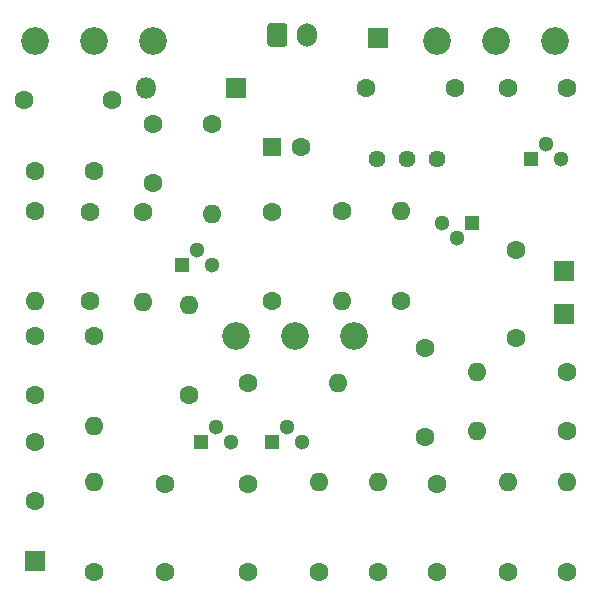
<source format=gbr>
%TF.GenerationSoftware,KiCad,Pcbnew,(5.1.12)-1*%
%TF.CreationDate,2022-03-07T16:55:28+01:00*%
%TF.ProjectId,BSIAB,42534941-422e-46b6-9963-61645f706362,rev?*%
%TF.SameCoordinates,Original*%
%TF.FileFunction,Soldermask,Bot*%
%TF.FilePolarity,Negative*%
%FSLAX46Y46*%
G04 Gerber Fmt 4.6, Leading zero omitted, Abs format (unit mm)*
G04 Created by KiCad (PCBNEW (5.1.12)-1) date 2022-03-07 16:55:28*
%MOMM*%
%LPD*%
G01*
G04 APERTURE LIST*
%ADD10C,2.340000*%
%ADD11C,1.600000*%
%ADD12R,1.800000X1.800000*%
%ADD13O,1.800000X1.800000*%
%ADD14C,1.300000*%
%ADD15R,1.300000X1.300000*%
%ADD16O,1.600000X1.600000*%
%ADD17C,1.440000*%
%ADD18R,1.600000X1.600000*%
%ADD19O,1.700000X2.000000*%
%ADD20R,1.700000X1.700000*%
G04 APERTURE END LIST*
D10*
%TO.C,GAIN1*%
X113000000Y-103000000D03*
X108000000Y-103000000D03*
X103000000Y-103000000D03*
%TD*%
D11*
%TO.C,C1*%
X143700000Y-120700000D03*
X143700000Y-128200000D03*
%TD*%
D12*
%TO.C,D1*%
X120000000Y-107000000D03*
D13*
X112380000Y-107000000D03*
%TD*%
D10*
%TO.C,LEVEL1*%
X147000000Y-103000000D03*
X142000000Y-103000000D03*
X137000000Y-103000000D03*
%TD*%
D14*
%TO.C,Q6*%
X116730000Y-120730000D03*
X118000000Y-122000000D03*
D15*
X115460000Y-122000000D03*
%TD*%
%TO.C,Q7*%
X117000000Y-137000000D03*
D14*
X119540000Y-137000000D03*
X118270000Y-135730000D03*
%TD*%
%TO.C,Q8*%
X124270000Y-135730000D03*
X125540000Y-137000000D03*
D15*
X123000000Y-137000000D03*
%TD*%
%TO.C,Q9*%
X140000000Y-118400000D03*
D14*
X137460000Y-118400000D03*
X138730000Y-119670000D03*
%TD*%
%TO.C,Q10*%
X146270000Y-111730000D03*
X147540000Y-113000000D03*
D15*
X145000000Y-113000000D03*
%TD*%
D11*
%TO.C,R1*%
X116000000Y-133000000D03*
D16*
X116000000Y-125380000D03*
%TD*%
%TO.C,R2*%
X134000000Y-117380000D03*
D11*
X134000000Y-125000000D03*
%TD*%
D16*
%TO.C,R3*%
X132000000Y-140380000D03*
D11*
X132000000Y-148000000D03*
%TD*%
D16*
%TO.C,R4*%
X112100000Y-125120000D03*
D11*
X112100000Y-117500000D03*
%TD*%
%TO.C,R5*%
X118000000Y-110000000D03*
D16*
X118000000Y-117620000D03*
%TD*%
%TO.C,R6*%
X129000000Y-125020000D03*
D11*
X129000000Y-117400000D03*
%TD*%
%TO.C,R7*%
X143000000Y-148000000D03*
D16*
X143000000Y-140380000D03*
%TD*%
%TO.C,R8*%
X128620000Y-132000000D03*
D11*
X121000000Y-132000000D03*
%TD*%
%TO.C,R9*%
X108000000Y-128000000D03*
D16*
X108000000Y-135620000D03*
%TD*%
D11*
%TO.C,R10*%
X103000000Y-117380000D03*
D16*
X103000000Y-125000000D03*
%TD*%
%TO.C,R11*%
X148000000Y-140380000D03*
D11*
X148000000Y-148000000D03*
%TD*%
D16*
%TO.C,R12*%
X140380000Y-136000000D03*
D11*
X148000000Y-136000000D03*
%TD*%
%TO.C,R13*%
X148000000Y-131000000D03*
D16*
X140380000Y-131000000D03*
%TD*%
D11*
%TO.C,R14*%
X108000000Y-148000000D03*
D16*
X108000000Y-140380000D03*
%TD*%
D11*
%TO.C,R15*%
X127000000Y-148000000D03*
D16*
X127000000Y-140380000D03*
%TD*%
D10*
%TO.C,TONE1*%
X130000000Y-128000000D03*
X125000000Y-128000000D03*
X120000000Y-128000000D03*
%TD*%
D17*
%TO.C,TRIM1*%
X137000000Y-113000000D03*
X134460000Y-113000000D03*
X131920000Y-113000000D03*
%TD*%
D18*
%TO.C,C2*%
X123000000Y-112000000D03*
D11*
X125500000Y-112000000D03*
%TD*%
%TO.C,C7*%
X103000000Y-133000000D03*
X103000000Y-128000000D03*
%TD*%
%TO.C,C9*%
X108000000Y-114000000D03*
X103000000Y-114000000D03*
%TD*%
%TO.C,C10*%
X103000000Y-142000000D03*
X103000000Y-137000000D03*
%TD*%
%TO.C,C12*%
X113000000Y-115000000D03*
X113000000Y-110000000D03*
%TD*%
%TO.C,C13*%
X143000000Y-107000000D03*
X148000000Y-107000000D03*
%TD*%
%TO.C,C3*%
X131000000Y-107000000D03*
X138500000Y-107000000D03*
%TD*%
%TO.C,C4*%
X123000000Y-125000000D03*
X123000000Y-117500000D03*
%TD*%
%TO.C,C5*%
X137000000Y-148000000D03*
X137000000Y-140500000D03*
%TD*%
%TO.C,C6*%
X107600000Y-117500000D03*
X107600000Y-125000000D03*
%TD*%
%TO.C,C8*%
X136000000Y-136500000D03*
X136000000Y-129000000D03*
%TD*%
%TO.C,C11*%
X109500000Y-108000000D03*
X102000000Y-108000000D03*
%TD*%
%TO.C,C3A1*%
X114000000Y-148000000D03*
X114000000Y-140500000D03*
%TD*%
%TO.C,C3B1*%
X121000000Y-140500000D03*
X121000000Y-148000000D03*
%TD*%
%TO.C,PWR1*%
G36*
G01*
X122650000Y-103250000D02*
X122650000Y-101750000D01*
G75*
G02*
X122900000Y-101500000I250000J0D01*
G01*
X124100000Y-101500000D01*
G75*
G02*
X124350000Y-101750000I0J-250000D01*
G01*
X124350000Y-103250000D01*
G75*
G02*
X124100000Y-103500000I-250000J0D01*
G01*
X122900000Y-103500000D01*
G75*
G02*
X122650000Y-103250000I0J250000D01*
G01*
G37*
D19*
X126000000Y-102500000D03*
%TD*%
D20*
%TO.C,BIAS1*%
X132000000Y-102800000D03*
%TD*%
%TO.C,GND1*%
X147800000Y-126150000D03*
%TD*%
%TO.C,IN1*%
X103000000Y-147000000D03*
%TD*%
%TO.C,OUT1*%
X147800000Y-122500000D03*
%TD*%
M02*

</source>
